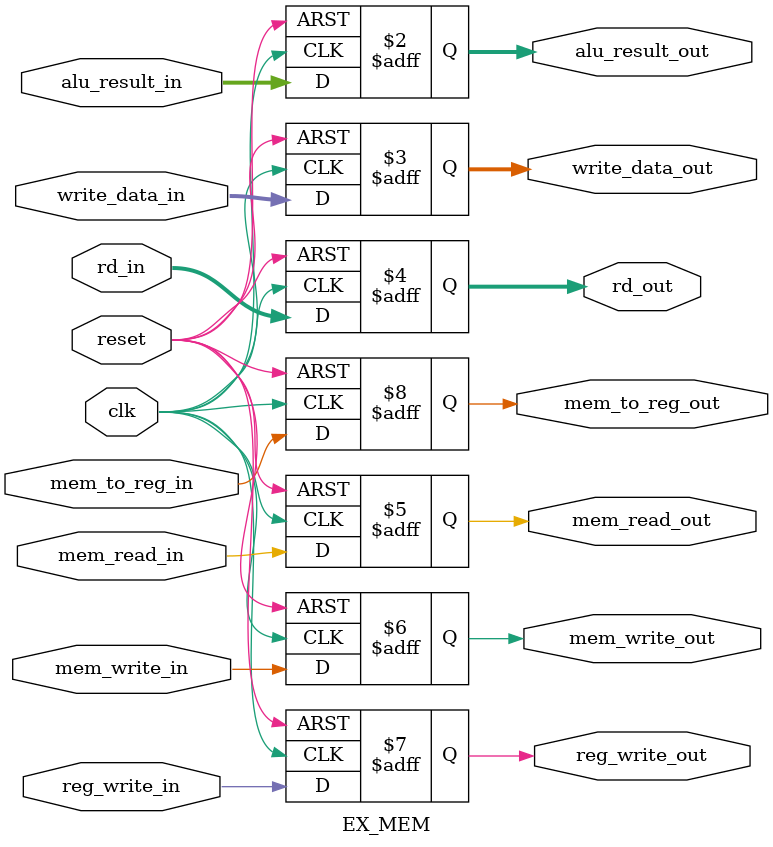
<source format=sv>
module EX_MEM (
    input logic clk, reset,
    input logic [31:0] alu_result_in,
    input logic [31:0] write_data_in,
    input logic [4:0] rd_in,
    input logic mem_read_in, 
    input logic mem_write_in, 
    input logic reg_write_in,
    input logic mem_to_reg_in,
    
    //output
    output logic [31:0] alu_result_out,
    output logic [31:0] write_data_out,
    output logic [4:0] rd_out,
    output logic mem_read_out, 
    output logic mem_write_out,
    output logic reg_write_out,
    output logic mem_to_reg_out
);

        
    always_ff @(posedge clk or posedge reset) begin
        if (reset) begin
            alu_result_out <= 0;
            write_data_out <= 0;
            rd_out         <= 0;
            mem_read_out   <= 0;
            mem_write_out  <= 0;
            reg_write_out  <= 0;
            mem_to_reg_out <= 0;
        end else begin
            alu_result_out <= alu_result_in;
            write_data_out <= write_data_in;
            rd_out         <= rd_in;
            mem_read_out   <= mem_read_in;
            mem_write_out  <= mem_write_in;
            reg_write_out  <= reg_write_in;
            mem_to_reg_out <= mem_to_reg_in;
        end
    end
endmodule

</source>
